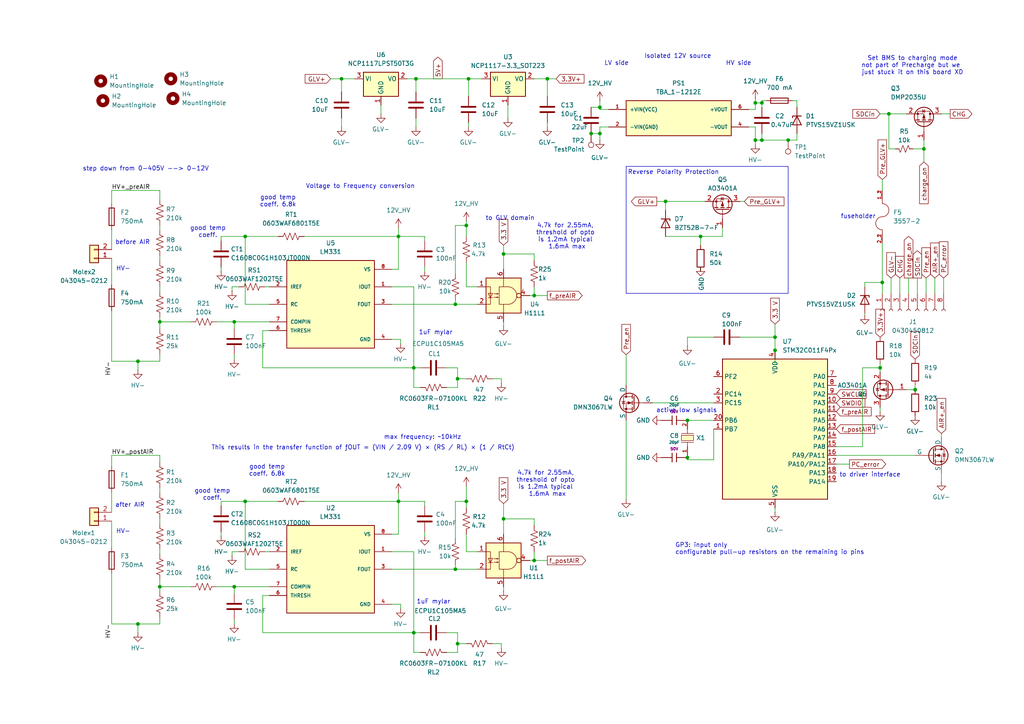
<source format=kicad_sch>
(kicad_sch (version 20250114) (generator "eeschema") (generator_version "9.0")
  (paper "A4")
  (rectangle (start 181.61 48.26) (end 228.6 85.09))
  (text "active low signals" (at 199.136 119.126 0) (effects (font (size 1.27 1.27))))
  (text "HV-" (at 33.655 78.74 0) (effects (font (size 1.27 1.27)) (justify left bottom)))
  (text "after AIR" (at 33.401 147.32 0) (effects (font (size 1.27 1.27)) (justify left bottom)))
  (text "4.7k for 2.55mA, \nthreshold of opto \nis 1.2mA typical \n1.6mA max" (at 158.75 140.335 0) (effects (font (size 1.27 1.27))))
  (text "GP3: input only\nconfigurable pull-up resistors on the remaining io pins" (at 195.834 159.258 0) (effects (font (size 1.27 1.27)) (justify left)))
  (text "good temp\ncoeff. 6.8k" (at 77.47 136.525 0) (effects (font (size 1.27 1.27))))
  (text "fuseholder" (at 248.92 62.865 0) (effects (font (size 1.27 1.27))))
  (text "max frequency: ~10kHz" (at 122.555 126.873 0) (effects (font (size 1.27 1.27))))
  (text "1uF mylar" (at 125.73 174.625 0) (effects (font (size 1.27 1.27))))
  (text "Isolated 12V source\nLV side 					HV side" (at 196.596 17.399 0) (effects (font (size 1.27 1.27))))
  (text "good temp\ncoeff. 6.8k" (at 80.645 58.42 0) (effects (font (size 1.27 1.27))))
  (text "1uF mylar" (at 126.365 96.52 0) (effects (font (size 1.27 1.27))))
  (text "4.7k for 2.55mA, \nthreshold of opto \nis 1.2mA typical \n1.6mA max" (at 164.465 68.58 0) (effects (font (size 1.27 1.27))))
  (text "Set BMS to charging mode\nnot part of Precharge but we \njust stuck it on this board XD" (at 264.668 19.05 0) (effects (font (size 1.27 1.27))))
  (text "Reverse Polarity Protection" (at 195.326 50.038 0) (effects (font (size 1.27 1.27))))
  (text "This results in the transfer function of ƒOUT = (VIN / 2.09 V) × (RS / RL) × (1 / RtCt)" (at 105.283 129.921 0) (effects (font (size 1.27 1.27))))
  (text "to driver interface" (at 252.349 137.795 0) (effects (font (size 1.27 1.27))))
  (text "good temp\ncoeff." (at 61.595 143.51 0) (effects (font (size 1.27 1.27))))
  (text "good temp\ncoeff." (at 60.325 67.31 0) (effects (font (size 1.27 1.27))))
  (text "HV-" (at 33.655 154.94 0) (effects (font (size 1.27 1.27)) (justify left bottom)))
  (text "to GLV domain" (at 147.955 63.373 0) (effects (font (size 1.27 1.27))))
  (text "Voltage to Frequency conversion" (at 104.521 54.102 0) (effects (font (size 1.27 1.27))))
  (text "step down from 0-405V --> 0-12V" (at 42.291 49.022 0) (effects (font (size 1.27 1.27))))
  (text "before AIR" (at 33.401 71.12 0) (effects (font (size 1.27 1.27)) (justify left bottom)))
  (junction (at 193.04 58.42))
  (junction (at 257.81 33.02))
  (junction (at 171.45 38.735))
  (junction (at 135.255 145.415))
  (junction (at 46.355 170.18))
  (junction (at 40.005 104.775))
  (junction (at 173.99 31.115))
  (junction (at 255.905 81.915))
  (junction (at 99.06 22.86))
  (junction (at 267.97 43.18))
  (junction (at 199.39 132.715))
  (junction (at 132.08 88.265))
  (junction (at 146.05 150.495))
  (junction (at 154.94 85.725))
  (junction (at 120.65 22.86))
  (junction (at 135.89 22.86))
  (junction (at 71.12 68.58))
  (junction (at 146.05 73.66))
  (junction (at 115.57 145.415))
  (junction (at 67.945 170.18))
  (junction (at 132.08 165.1))
  (junction (at 120.015 106.68))
  (junction (at 46.355 93.345))
  (junction (at 228.6 40.64))
  (junction (at 219.075 29.845))
  (junction (at 265.43 113.03))
  (junction (at 120.015 183.515))
  (junction (at 219.075 40.64))
  (junction (at 71.12 145.415))
  (junction (at 40.005 180.975))
  (junction (at 135.255 65.405))
  (junction (at 220.98 29.845))
  (junction (at 224.79 97.79))
  (junction (at 203.2 68.58))
  (junction (at 154.94 162.56))
  (junction (at 173.99 38.735))
  (junction (at 115.57 68.58))
  (junction (at 199.39 121.92))
  (junction (at 255.27 106.68))
  (junction (at 158.75 22.86))
  (junction (at 224.79 101.6))
  (junction (at 132.715 109.855))
  (junction (at 220.98 40.64))
  (junction (at 67.945 93.345))
  (junction (at 132.715 186.69))
  (wire (pts (xy 250.19 106.68) (xy 250.19 129.54)))
  (wire (pts (xy 273.05 125.73) (xy 273.05 127)))
  (wire (pts (xy 255.905 81.915) (xy 255.905 70.485)))
  (wire (pts (xy 265.43 113.03) (xy 265.43 111.76)))
  (wire (pts (xy 250.825 81.915) (xy 255.905 81.915)))
  (wire (pts (xy 120.65 36.83) (xy 120.65 34.29)))
  (wire (pts (xy 154.94 83.185) (xy 154.94 85.725)))
  (wire (pts (xy 228.6 40.64) (xy 220.98 40.64)))
  (wire (pts (xy 273.05 137.16) (xy 273.05 139.7)))
  (wire (pts (xy 173.99 31.115) (xy 173.99 31.75)))
  (wire (pts (xy 67.945 170.18) (xy 78.105 170.18)))
  (wire (pts (xy 153.67 162.56) (xy 154.94 162.56)))
  (wire (pts (xy 71.12 68.58) (xy 80.645 68.58)))
  (wire (pts (xy 113.665 88.265) (xy 132.08 88.265)))
  (wire (pts (xy 173.99 29.21) (xy 173.99 31.115)))
  (wire (pts (xy 78.105 165.1) (xy 71.12 165.1)))
  (wire (pts (xy 116.205 99.695) (xy 116.205 98.425)))
  (wire (pts (xy 154.94 152.4) (xy 154.94 150.495)))
  (wire (pts (xy 219.075 28.575) (xy 219.075 29.845)))
  (wire (pts (xy 46.355 150.495) (xy 46.355 151.765)))
  (wire (pts (xy 115.57 78.105) (xy 113.665 78.105)))
  (wire (pts (xy 115.57 68.58) (xy 115.57 78.105)))
  (wire (pts (xy 154.94 160.02) (xy 154.94 162.56)))
  (wire (pts (xy 46.355 159.385) (xy 46.355 160.655)))
  (wire (pts (xy 120.015 83.185) (xy 120.015 106.68)))
  (wire (pts (xy 46.355 55.245) (xy 46.355 57.785)))
  (wire (pts (xy 132.08 86.995) (xy 132.08 88.265)))
  (wire (pts (xy 145.415 186.69) (xy 142.875 186.69)))
  (wire (pts (xy 154.94 75.565) (xy 154.94 73.66)))
  (wire (pts (xy 135.255 160.02) (xy 138.43 160.02)))
  (wire (pts (xy 255.905 55.245) (xy 255.905 52.07)))
  (wire (pts (xy 99.06 36.83) (xy 99.06 34.29)))
  (wire (pts (xy 257.81 43.18) (xy 259.715 43.18)))
  (wire (pts (xy 135.89 22.86) (xy 139.7 22.86)))
  (wire (pts (xy 146.05 146.05) (xy 146.05 150.495)))
  (wire (pts (xy 268.605 85.09) (xy 268.605 80.645)))
  (wire (pts (xy 219.075 41.91) (xy 219.075 40.64)))
  (wire (pts (xy 255.905 85.09) (xy 255.905 81.915)))
  (wire (pts (xy 220.98 29.845) (xy 219.075 29.845)))
  (wire (pts (xy 267.97 40.64) (xy 267.97 43.18)))
  (wire (pts (xy 120.015 160.02) (xy 120.015 183.515)))
  (wire (pts (xy 64.135 155.575) (xy 64.135 154.305)))
  (wire (pts (xy 76.2 172.72) (xy 78.105 172.72)))
  (wire (pts (xy 171.45 38.735) (xy 173.99 38.735)))
  (wire (pts (xy 146.05 171.45) (xy 146.05 170.18)))
  (wire (pts (xy 158.75 22.86) (xy 161.29 22.86)))
  (wire (pts (xy 32.385 151.13) (xy 32.385 158.75)))
  (wire (pts (xy 46.355 141.605) (xy 46.355 142.875)))
  (wire (pts (xy 62.865 93.345) (xy 67.945 93.345)))
  (wire (pts (xy 46.355 93.345) (xy 46.355 95.25)))
  (wire (pts (xy 123.19 78.74) (xy 123.19 77.47)))
  (wire (pts (xy 32.385 180.975) (xy 40.005 180.975)))
  (wire (pts (xy 135.89 22.86) (xy 135.89 27.94)))
  (wire (pts (xy 173.99 36.83) (xy 173.99 38.735)))
  (wire (pts (xy 132.08 156.21) (xy 132.08 145.415)))
  (wire (pts (xy 110.49 33.02) (xy 110.49 30.48)))
  (wire (pts (xy 67.945 170.18) (xy 67.945 172.085)))
  (wire (pts (xy 116.205 98.425) (xy 113.665 98.425)))
  (wire (pts (xy 32.385 90.17) (xy 32.385 104.775)))
  (wire (pts (xy 115.57 66.04) (xy 115.57 68.58)))
  (wire (pts (xy 262.89 33.02) (xy 257.81 33.02)))
  (wire (pts (xy 171.45 31.115) (xy 173.99 31.115)))
  (wire (pts (xy 32.385 55.245) (xy 46.355 55.245)))
  (wire (pts (xy 121.92 189.23) (xy 120.015 189.23)))
  (wire (pts (xy 115.57 145.415) (xy 115.57 154.94)))
  (wire (pts (xy 132.08 165.1) (xy 138.43 165.1)))
  (wire (pts (xy 46.355 170.18) (xy 46.355 171.45)))
  (wire (pts (xy 123.19 146.685) (xy 123.19 145.415)))
  (wire (pts (xy 132.715 109.855) (xy 132.715 106.68)))
  (wire (pts (xy 46.355 132.08) (xy 46.355 133.985)))
  (wire (pts (xy 132.08 88.265) (xy 138.43 88.265)))
  (wire (pts (xy 255.27 106.68) (xy 255.27 105.41)))
  (wire (pts (xy 46.355 93.345) (xy 55.245 93.345)))
  (wire (pts (xy 267.97 43.18) (xy 267.97 46.99)))
  (wire (pts (xy 46.355 179.07) (xy 46.355 180.975)))
  (wire (pts (xy 273.05 33.02) (xy 275.59 33.02)))
  (wire (pts (xy 199.39 132.715) (xy 199.39 133.35)))
  (wire (pts (xy 32.385 142.875) (xy 32.385 148.59)))
  (wire (pts (xy 220.98 29.21) (xy 220.98 29.845)))
  (wire (pts (xy 67.945 180.975) (xy 67.945 179.705)))
  (wire (pts (xy 263.525 80.645) (xy 263.525 85.09)))
  (wire (pts (xy 173.99 31.75) (xy 176.53 31.75)))
  (wire (pts (xy 123.19 155.575) (xy 123.19 154.305)))
  (wire (pts (xy 173.99 36.83) (xy 176.53 36.83)))
  (wire (pts (xy 76.2 183.515) (xy 76.2 172.72)))
  (wire (pts (xy 132.715 112.395) (xy 132.715 109.855)))
  (wire (pts (xy 132.715 186.69) (xy 135.255 186.69)))
  (wire (pts (xy 220.98 38.735) (xy 220.98 40.64)))
  (wire (pts (xy 71.12 165.1) (xy 71.12 145.415)))
  (wire (pts (xy 67.31 83.185) (xy 69.215 83.185)))
  (wire (pts (xy 113.665 160.02) (xy 120.015 160.02)))
  (wire (pts (xy 242.57 134.62) (xy 246.38 134.62)))
  (wire (pts (xy 135.255 76.2) (xy 135.255 83.185)))
  (wire (pts (xy 219.075 29.845) (xy 219.075 31.75)))
  (wire (pts (xy 154.94 73.66) (xy 146.05 73.66)))
  (wire (pts (xy 46.355 170.18) (xy 55.245 170.18)))
  (wire (pts (xy 78.105 88.265) (xy 71.12 88.265)))
  (wire (pts (xy 255.27 107.95) (xy 255.27 106.68)))
  (wire (pts (xy 46.355 92.075) (xy 46.355 93.345)))
  (wire (pts (xy 199.39 132.08) (xy 199.39 132.715)))
  (wire (pts (xy 123.19 145.415) (xy 115.57 145.415)))
  (wire (pts (xy 64.135 69.85) (xy 64.135 68.58)))
  (wire (pts (xy 214.63 58.42) (xy 215.9 58.42)))
  (wire (pts (xy 181.61 102.87) (xy 181.61 111.76)))
  (wire (pts (xy 40.005 180.975) (xy 46.355 180.975)))
  (wire (pts (xy 116.205 176.53) (xy 116.205 175.26)))
  (wire (pts (xy 262.89 113.03) (xy 265.43 113.03)))
  (wire (pts (xy 46.355 74.295) (xy 46.355 75.565)))
  (wire (pts (xy 32.385 132.08) (xy 32.385 135.255)))
  (wire (pts (xy 153.67 85.725) (xy 154.94 85.725)))
  (wire (pts (xy 145.415 111.125) (xy 145.415 109.855)))
  (wire (pts (xy 116.205 175.26) (xy 113.665 175.26)))
  (wire (pts (xy 231.14 31.115) (xy 231.14 29.21)))
  (wire (pts (xy 95.885 22.86) (xy 99.06 22.86)))
  (wire (pts (xy 120.015 112.395) (xy 120.015 106.68)))
  (wire (pts (xy 46.355 83.185) (xy 46.355 84.455)))
  (wire (pts (xy 260.985 80.645) (xy 260.985 85.09)))
  (wire (pts (xy 193.04 58.42) (xy 204.47 58.42)))
  (wire (pts (xy 219.075 31.75) (xy 217.17 31.75)))
  (wire (pts (xy 209.55 68.58) (xy 203.2 68.58)))
  (wire (pts (xy 71.12 145.415) (xy 80.645 145.415)))
  (wire (pts (xy 147.32 30.48) (xy 147.32 34.29)))
  (wire (pts (xy 120.65 22.86) (xy 135.89 22.86)))
  (wire (pts (xy 135.255 154.94) (xy 135.255 160.02)))
  (wire (pts (xy 224.79 93.98) (xy 224.79 97.79)))
  (wire (pts (xy 123.19 69.85) (xy 123.19 68.58)))
  (wire (pts (xy 214.63 97.79) (xy 224.79 97.79)))
  (wire (pts (xy 224.79 148.59) (xy 224.79 147.32)))
  (wire (pts (xy 203.2 68.58) (xy 193.04 68.58)))
  (wire (pts (xy 121.92 112.395) (xy 120.015 112.395)))
  (wire (pts (xy 32.385 132.08) (xy 46.355 132.08)))
  (wire (pts (xy 99.06 26.67) (xy 99.06 22.86)))
  (wire (pts (xy 120.65 22.86) (xy 118.11 22.86)))
  (wire (pts (xy 40.005 107.315) (xy 40.005 104.775)))
  (wire (pts (xy 132.08 145.415) (xy 135.255 145.415)))
  (wire (pts (xy 173.99 38.735) (xy 173.99 40.64)))
  (wire (pts (xy 250.19 129.54) (xy 242.57 129.54)))
  (wire (pts (xy 189.23 116.84) (xy 207.01 116.84)))
  (wire (pts (xy 132.08 65.405) (xy 135.255 65.405)))
  (wire (pts (xy 88.265 68.58) (xy 115.57 68.58)))
  (wire (pts (xy 209.55 66.04) (xy 209.55 68.58)))
  (wire (pts (xy 120.015 183.515) (xy 121.92 183.515)))
  (wire (pts (xy 154.94 22.86) (xy 158.75 22.86)))
  (wire (pts (xy 40.005 104.775) (xy 46.355 104.775)))
  (wire (pts (xy 135.255 83.185) (xy 138.43 83.185)))
  (wire (pts (xy 220.98 40.64) (xy 219.075 40.64)))
  (wire (pts (xy 62.865 170.18) (xy 67.945 170.18)))
  (wire (pts (xy 120.015 106.68) (xy 76.2 106.68)))
  (wire (pts (xy 146.05 73.66) (xy 146.05 78.105)))
  (wire (pts (xy 76.835 83.185) (xy 78.105 83.185)))
  (wire (pts (xy 132.08 163.83) (xy 132.08 165.1)))
  (wire (pts (xy 67.31 161.29) (xy 67.31 160.02)))
  (wire (pts (xy 64.135 146.685) (xy 64.135 145.415)))
  (wire (pts (xy 32.385 55.245) (xy 32.385 59.055)))
  (wire (pts (xy 123.19 68.58) (xy 115.57 68.58)))
  (wire (pts (xy 146.05 71.12) (xy 146.05 73.66)))
  (wire (pts (xy 32.385 104.775) (xy 40.005 104.775)))
  (wire (pts (xy 224.79 101.6) (xy 224.79 105.41)))
  (wire (pts (xy 64.135 78.74) (xy 64.135 77.47)))
  (wire (pts (xy 99.06 22.86) (xy 102.87 22.86)))
  (wire (pts (xy 242.57 132.08) (xy 265.43 132.08)))
  (wire (pts (xy 231.14 40.64) (xy 228.6 40.64)))
  (wire (pts (xy 76.835 160.02) (xy 78.105 160.02)))
  (wire (pts (xy 146.05 94.615) (xy 146.05 93.345)))
  (wire (pts (xy 132.715 186.69) (xy 132.715 183.515)))
  (wire (pts (xy 193.04 60.96) (xy 193.04 58.42)))
  (wire (pts (xy 135.255 65.405) (xy 135.255 68.58)))
  (wire (pts (xy 224.79 97.79) (xy 224.79 101.6)))
  (wire (pts (xy 203.2 68.58) (xy 203.2 71.12)))
  (wire (pts (xy 135.255 145.415) (xy 135.255 147.32)))
  (wire (pts (xy 46.355 65.405) (xy 46.355 66.675)))
  (wire (pts (xy 113.665 83.185) (xy 120.015 83.185)))
  (wire (pts (xy 88.265 145.415) (xy 115.57 145.415)))
  (wire (pts (xy 258.445 85.09) (xy 258.445 80.645)))
  (wire (pts (xy 120.015 106.68) (xy 121.92 106.68)))
  (wire (pts (xy 132.715 109.855) (xy 135.255 109.855)))
  (wire (pts (xy 273.685 85.09) (xy 273.685 80.645)))
  (wire (pts (xy 219.075 36.83) (xy 219.075 40.64)))
  (wire (pts (xy 158.75 22.86) (xy 158.75 27.94)))
  (wire (pts (xy 220.98 29.845) (xy 220.98 31.115)))
  (wire (pts (xy 266.065 80.645) (xy 266.065 85.09)))
  (wire (pts (xy 257.81 33.02) (xy 257.81 43.18)))
  (wire (pts (xy 199.39 121.92) (xy 207.01 121.92)))
  (wire (pts (xy 255.27 118.11) (xy 255.27 119.38)))
  (wire (pts (xy 190.5 58.42) (xy 193.04 58.42)))
  (wire (pts (xy 229.87 29.21) (xy 231.14 29.21)))
  (wire (pts (xy 135.255 140.97) (xy 135.255 145.415)))
  (wire (pts (xy 231.14 38.735) (xy 231.14 40.64)))
  (wire (pts (xy 154.94 162.56) (xy 158.75 162.56)))
  (wire (pts (xy 181.61 121.92) (xy 181.61 144.78)))
  (wire (pts (xy 219.075 36.83) (xy 217.17 36.83)))
  (wire (pts (xy 46.355 168.275) (xy 46.355 170.18)))
  (wire (pts (xy 67.31 84.455) (xy 67.31 83.185)))
  (wire (pts (xy 129.54 189.23) (xy 132.715 189.23)))
  (wire (pts (xy 67.945 93.345) (xy 78.105 93.345)))
  (wire (pts (xy 40.005 183.515) (xy 40.005 180.975)))
  (wire (pts (xy 32.385 74.93) (xy 32.385 82.55)))
  (wire (pts (xy 76.2 106.68) (xy 76.2 95.885)))
  (wire (pts (xy 145.415 109.855) (xy 142.875 109.855)))
  (wire (pts (xy 132.715 189.23) (xy 132.715 186.69)))
  (wire (pts (xy 120.015 183.515) (xy 76.2 183.515)))
  (wire (pts (xy 250.825 83.185) (xy 250.825 81.915)))
  (wire (pts (xy 129.54 106.68) (xy 132.715 106.68)))
  (wire (pts (xy 135.89 36.83) (xy 135.89 35.56)))
  (wire (pts (xy 220.98 29.21) (xy 222.25 29.21)))
  (wire (pts (xy 146.05 150.495) (xy 146.05 154.94)))
  (wire (pts (xy 67.945 104.14) (xy 67.945 102.87)))
  (wire (pts (xy 250.825 91.44) (xy 250.825 90.805)))
  (wire (pts (xy 271.145 85.09) (xy 271.145 80.645)))
  (wire (pts (xy 199.39 133.35) (xy 207.01 133.35)))
  (wire (pts (xy 32.385 166.37) (xy 32.385 180.975)))
  (wire (pts (xy 158.75 36.83) (xy 158.75 35.56)))
  (wire (pts (xy 120.015 189.23) (xy 120.015 183.515)))
  (wire (pts (xy 46.355 102.87) (xy 46.355 104.775)))
  (wire (pts (xy 32.385 66.675) (xy 32.385 72.39)))
  (wire (pts (xy 129.54 183.515) (xy 132.715 183.515)))
  (wire (pts (xy 67.31 160.02) (xy 69.215 160.02)))
  (wire (pts (xy 207.01 124.46) (xy 207.01 133.35)))
  (wire (pts (xy 64.135 68.58) (xy 71.12 68.58)))
  (wire (pts (xy 76.2 95.885) (xy 78.105 95.885)))
  (wire (pts (xy 154.94 150.495) (xy 146.05 150.495)))
  (wire (pts (xy 203.2 78.74) (xy 203.2 77.47)))
  (wire (pts (xy 129.54 112.395) (xy 132.715 112.395)))
  (wire (pts (xy 264.795 43.18) (xy 267.97 43.18)))
  (wire (pts (xy 154.94 85.725) (xy 158.75 85.725)))
  (wire (pts (xy 120.65 26.67) (xy 120.65 22.86)))
  (wire (pts (xy 135.255 64.135) (xy 135.255 65.405)))
  (wire (pts (xy 113.665 165.1) (xy 132.08 165.1)))
  (wire (pts (xy 145.415 187.96) (xy 145.415 186.69)))
  (wire (pts (xy 132.08 79.375) (xy 132.08 65.405)))
  (wire (pts (xy 199.39 97.79) (xy 199.39 100.33)))
  (wire (pts (xy 257.81 33.02) (xy 255.27 33.02)))
  (wire (pts (xy 71.12 88.265) (xy 71.12 68.58)))
  (wire (pts (xy 64.135 145.415) (xy 71.12 145.415)))
  (wire (pts (xy 67.945 93.345) (xy 67.945 95.25)))
  (wire (pts (xy 199.39 97.79) (xy 207.01 97.79)))
  (wire (pts (xy 250.19 106.68) (xy 255.27 106.68)))
  (wire (pts (xy 115.57 142.875) (xy 115.57 145.415)))
  (wire (pts (xy 115.57 154.94) (xy 113.665 154.94)))
  (label "HV-" (at 32.385 104.775 270))
  (label "HV+_preAIR" (at 32.385 55.245 0))
  (label "HV+_postAIR" (at 32.385 132.08 0))
  (label "HV-" (at 32.385 180.975 270))
  (global_label "charge_on" (shape input) (at 267.97 46.99 270) (property "Intersheetrefs" "${INTERSHEET_REFS}" (effects (hide yes))))
  (global_label "Pre_GLV+" (shape input) (at 255.905 52.07 90) (property "Intersheetrefs" "${INTERSHEET_REFS}" (effects (hide yes))))
  (global_label "f_postAIR" (shape input) (at 242.57 124.46 0) (property "Intersheetrefs" "${INTERSHEET_REFS}" (effects (hide yes))))
  (global_label "AIR+_en" (shape input) (at 271.145 80.645 90) (property "Intersheetrefs" "${INTERSHEET_REFS}" (effects (hide yes))))
  (global_label "3.3V+" (shape input) (at 255.27 97.79 90) (property "Intersheetrefs" "${INTERSHEET_REFS}" (effects (hide yes))))
  (global_label "SWCLK" (shape input) (at 242.57 114.3 0) (property "Intersheetrefs" "${INTERSHEET_REFS}" (effects (hide yes))))
  (global_label "3.3 V" (shape input) (at 146.05 71.12 90) (property "Intersheetrefs" "${INTERSHEET_REFS}" (effects (hide yes))))
  (global_label "charge_on" (shape output) (at 263.525 80.645 90) (property "Intersheetrefs" "${INTERSHEET_REFS}" (effects (hide yes))))
  (global_label "5V+" (shape output) (at 127 22.86 90) (property "Intersheetrefs" "${INTERSHEET_REFS}" (effects (hide yes))))
  (global_label "GLV+" (shape input) (at 95.885 22.86 180) (property "Intersheetrefs" "${INTERSHEET_REFS}" (effects (hide yes))))
  (global_label "Pre_en" (shape input) (at 181.61 102.87 90) (property "Intersheetrefs" "${INTERSHEET_REFS}" (effects (hide yes))))
  (global_label "f_postAIR" (shape output) (at 158.75 162.56 0) (property "Intersheetrefs" "${INTERSHEET_REFS}" (effects (hide yes))))
  (global_label "CHG" (shape output) (at 275.59 33.02 0) (property "Intersheetrefs" "${INTERSHEET_REFS}" (effects (hide yes))))
  (global_label "PC_error" (shape input) (at 273.685 80.645 90) (property "Intersheetrefs" "${INTERSHEET_REFS}" (effects (hide yes))))
  (global_label "SDCin" (shape input) (at 255.27 33.02 180) (property "Intersheetrefs" "${INTERSHEET_REFS}" (effects (hide yes))))
  (global_label "Pre_en" (shape input) (at 268.605 80.645 90) (property "Intersheetrefs" "${INTERSHEET_REFS}" (effects (hide yes))))
  (global_label "3.3V+" (shape input) (at 161.29 22.86 0) (property "Intersheetrefs" "${INTERSHEET_REFS}" (effects (hide yes))))
  (global_label "Pre_GLV+" (shape input) (at 215.9 58.42 0) (property "Intersheetrefs" "${INTERSHEET_REFS}" (effects (hide yes))))
  (global_label "f_preAIR" (shape input) (at 242.57 119.38 0) (property "Intersheetrefs" "${INTERSHEET_REFS}" (effects (hide yes))))
  (global_label "AIR+_en" (shape input) (at 273.05 125.73 90) (property "Intersheetrefs" "${INTERSHEET_REFS}" (effects (hide yes))))
  (global_label "SDCin" (shape input) (at 265.43 104.14 90) (property "Intersheetrefs" "${INTERSHEET_REFS}" (effects (hide yes))))
  (global_label "PC_error" (shape output) (at 246.38 134.62 0) (property "Intersheetrefs" "${INTERSHEET_REFS}" (effects (hide yes))))
  (global_label "3.3 V" (shape input) (at 146.05 146.05 90) (property "Intersheetrefs" "${INTERSHEET_REFS}" (effects (hide yes))))
  (global_label "GLV-" (shape input) (at 258.445 80.645 90) (property "Intersheetrefs" "${INTERSHEET_REFS}" (effects (hide yes))))
  (global_label "GLV+" (shape output) (at 190.5 58.42 180) (property "Intersheetrefs" "${INTERSHEET_REFS}" (effects (hide yes))))
  (global_label "SWDIO" (shape input) (at 242.57 116.84 0) (property "Intersheetrefs" "${INTERSHEET_REFS}" (effects (hide yes))))
  (global_label "3.3 V" (shape input) (at 224.79 93.98 90) (property "Intersheetrefs" "${INTERSHEET_REFS}" (effects (hide yes))))
  (global_label "SDCin" (shape output) (at 266.065 80.645 90) (property "Intersheetrefs" "${INTERSHEET_REFS}" (effects (hide yes))))
  (global_label "CHG" (shape input) (at 260.985 80.645 90) (property "Intersheetrefs" "${INTERSHEET_REFS}" (effects (hide yes))))
  (global_label "f_preAIR" (shape output) (at 158.75 85.725 0) (property "Intersheetrefs" "${INTERSHEET_REFS}" (effects (hide yes))))
  (symbol (lib_id "Device:R_US") (at 84.455 68.58 90) (unit 1)
    (property "Reference" "RT1" (at 84.455 62.23 90))
    (property "Value" "0603WAF6801T5E" (at 84.455 64.77 90))
    (property "Footprint" "Resistor_SMD:R_0603_1608Metric" (effects (hide yes)))
    (property "Description" "Resistor, US symbol" (effects (hide yes)))
  )
  (symbol (lib_id "Transistor_FET:AO3401A") (at 209.55 60.96 270) (mirror x) (unit 1)
    (property "Reference" "Q5" (at 209.55 52.07 90))
    (property "Value" "AO3401A" (at 209.55 54.61 90))
    (property "Footprint" "Package_TO_SOT_SMD:SOT-23" (effects (hide yes)))
    (property "Datasheet" "http://www.aosmd.com/pdfs/datasheet/AO3401A.pdf" (effects (hide yes)))
    (property "Description" "-4.0A Id, -30V Vds, P-Channel MOSFET, SOT-23" (effects (hide yes)))
  )
  (symbol (lib_id "Device:Fuse") (at 32.385 139.065 180) (unit 1) (in_bom no)
    (property "Reference" "F1" (at 34.925 137.7949 0) (effects (justify right)))
    (property "Value" "750mA" (at 34.925 140.3349 0) (effects (justify right)))
    (property "Footprint" "footprints:FUSE_BK_PCS" (effects (hide yes)))
  )
  (symbol (lib_id "power:GND1") (at 145.415 111.125 0) (unit 1)
    (property "Reference" "#PWR028" (effects (hide yes)))
    (property "Value" "HV-" (at 145.415 115.57 0))
    (property "Description" "Power symbol creates a global label with name \"GND1\" , ground" (effects (hide yes)))
  )
  (symbol (lib_id "Device:R_US") (at 46.355 137.795 0) (unit 1)
    (property "Reference" "R1" (at 48.133 136.906 0) (effects (justify left)))
    (property "Value" "210k" (at 48.133 139.446 0) (effects (justify left)))
    (property "Footprint" "Resistor_SMD:R_1206_3216Metric" (effects (hide yes)))
    (property "Description" "Resistor, US symbol" (effects (hide yes)))
  )
  (symbol (lib_id "power:GND") (at 191.77 121.92 270) (unit 1)
    (property "Reference" "#PWR038" (effects (hide yes)))
    (property "Value" "GND" (at 188.595 121.9199 90) (effects (justify right)))
    (property "Description" "Power symbol creates a global label with name \"GND\" , ground" (effects (hide yes)))
  )
  (symbol (lib_id "power:GND") (at 181.61 144.78 0) (unit 1)
    (property "Reference" "#PWR031" (effects (hide yes)))
    (property "Value" "GLV-" (at 181.61 149.225 0))
  )
  (symbol (lib_id "Device:C") (at 120.65 30.48 0) (unit 1)
    (property "Reference" "C11" (at 124.46 29.21 0) (effects (justify left)))
    (property "Value" "10uF" (at 124.46 31.75 0) (effects (justify left)))
    (property "Footprint" "Capacitor_SMD:C_0805_2012Metric_Pad1.18x1.45mm_HandSolder" (effects (hide yes)))
  )
  (symbol (lib_id "power:GND1") (at 40.005 107.315 0) (unit 1)
    (property "Reference" "#PWR018" (effects (hide yes)))
    (property "Value" "HV-" (at 40.005 111.76 0))
    (property "Description" "Power symbol creates a global label with name \"GND1\" , ground" (effects (hide yes)))
  )
  (symbol (lib_id "power:GND") (at 265.43 120.65 0) (unit 1)
    (property "Reference" "#PWR036" (effects (hide yes)))
    (property "Value" "GLV-" (at 265.43 125.095 0))
  )
  (symbol (lib_id "Device:R_US") (at 59.055 170.18 90) (unit 1)
    (property "Reference" "R16" (at 59.055 164.846 90))
    (property "Value" "100k" (at 59.055 167.386 90))
    (property "Footprint" "Resistor_SMD:R_0603_1608Metric" (effects (hide yes)))
    (property "Description" "Resistor, US symbol" (effects (hide yes)))
  )
  (symbol (lib_name "NMOS_1") (lib_id "Simulation_SPICE:NMOS") (at 184.15 116.84 0) (mirror y) (unit 1)
    (property "Reference" "Q4" (at 177.8 115.5699 0) (effects (justify left)))
    (property "Value" "DMN3067LW" (at 177.8 118.1099 0) (effects (justify left)))
    (property "Footprint" "Package_TO_SOT_SMD:SOT-323_SC-70" (effects (hide yes)))
    (property "Datasheet" "https://ngspice.sourceforge.io/docs/ngspice-html-manual/manual.xhtml#cha_MOSFETs" (effects (hide yes)))
    (property "Description" "N-MOSFET transistor, drain/source/gate" (effects (hide yes)))
    (property "Sim.Device" "NMOS" (effects (hide yes)))
    (property "Sim.Type" "VDMOS" (effects (hide yes)))
    (property "Sim.Pins" "1=G 2=S 3=D" (effects (hide yes)))
  )
  (symbol (lib_id "Transistor_FET:AO3401A") (at 257.81 113.03 180) (unit 1)
    (property "Reference" "Q6" (at 251.46 114.3001 0) (effects (justify left)))
    (property "Value" "AO3401A" (at 251.46 111.7601 0) (effects (justify left)))
    (property "Footprint" "Package_TO_SOT_SMD:SOT-23" (effects (hide yes)))
    (property "Datasheet" "http://www.aosmd.com/pdfs/datasheet/AO3401A.pdf" (effects (hide yes)))
    (property "Description" "-4.0A Id, -30V Vds, P-Channel MOSFET, SOT-23" (effects (hide yes)))
  )
  (symbol (lib_id "Device:R_US") (at 84.455 145.415 90) (unit 1)
    (property "Reference" "RT2" (at 84.455 139.7 90))
    (property "Value" "0603WAF6801T5E" (at 84.455 142.24 90))
    (property "Footprint" "Resistor_SMD:R_0603_1608Metric" (effects (hide yes)))
    (property "Description" "Resistor, US symbol" (effects (hide yes)))
  )
  (symbol (lib_id "power:GND1") (at 173.99 40.64 0) (unit 1)
    (property "Reference" "#PWR09" (effects (hide yes)))
    (property "Value" "GLV-" (at 173.99 45.72 0))
    (property "Description" "Power symbol creates a global label with name \"GND1\" , ground" (effects (hide yes)))
  )
  (symbol (lib_id "Connector:TestPoint") (at 228.6 40.64 180) (unit 1) (in_bom no)
    (property "Reference" "TP1" (at 230.505 42.6719 0) (effects (justify right)))
    (property "Value" "TestPoint" (at 230.505 45.2119 0) (effects (justify right)))
    (property "Footprint" "TestPoint:TestPoint_Pad_D3.0mm" (effects (hide yes)))
    (property "Description" "test point" (effects (hide yes)))
  )
  (symbol (lib_id "Device:R_US") (at 46.355 70.485 0) (unit 1)
    (property "Reference" "R8" (at 48.133 69.596 0) (effects (justify left)))
    (property "Value" "210k" (at 48.133 72.136 0) (effects (justify left)))
    (property "Footprint" "Resistor_SMD:R_1206_3216Metric" (effects (hide yes)))
    (property "Description" "Resistor, US symbol" (effects (hide yes)))
  )
  (symbol (lib_id "Mechanical:MountingHole") (at 50.165 28.575 0) (unit 1) (exclude_from_sim yes) (in_bom no)
    (property "Reference" "H4" (at 52.705 27.3049 0) (effects (justify left)))
    (property "Value" "MountingHole" (at 52.705 29.8449 0) (effects (justify left)))
    (property "Footprint" "MountingHole:MountingHole_4.3mm_M4" (effects (hide yes)))
    (property "Description" "Mounting Hole without connection" (effects (hide yes)))
  )
  (symbol (lib_id "Mechanical:MountingHole") (at 29.845 29.21 0) (unit 1) (exclude_from_sim yes) (in_bom no)
    (property "Reference" "H2" (at 32.385 27.9399 0) (effects (justify left)))
    (property "Value" "MountingHole" (at 32.385 30.4799 0) (effects (justify left)))
    (property "Footprint" "MountingHole:MountingHole_4.3mm_M4" (effects (hide yes)))
    (property "Description" "Mounting Hole without connection" (effects (hide yes)))
  )
  (symbol (lib_id "Device:R_US") (at 46.355 175.26 0) (unit 1)
    (property "Reference" "R6" (at 48.133 173.99 0) (effects (justify left)))
    (property "Value" "25k" (at 48.133 176.53 0) (effects (justify left)))
    (property "Footprint" "Resistor_SMD:R_0603_1608Metric" (effects (hide yes)))
    (property "Description" "Resistor, US symbol" (effects (hide yes)))
  )
  (symbol (lib_id "Device:R_Small_US") (at 262.255 43.18 90) (mirror x) (unit 1)
    (property "Reference" "R5" (at 262.255 38.1 90))
    (property "Value" "10k" (at 262.255 40.64 90))
    (property "Footprint" "Resistor_SMD:R_0805_2012Metric_Pad1.20x1.40mm_HandSolder" (effects (hide yes)))
  )
  (symbol (lib_name "NMOS_1") (lib_id "Simulation_SPICE:NMOS") (at 270.51 132.08 0) (unit 1)
    (property "Reference" "Q2" (at 276.86 130.8099 0) (effects (justify left)))
    (property "Value" "DMN3067LW" (at 276.86 133.3499 0) (effects (justify left)))
    (property "Footprint" "Package_TO_SOT_SMD:SOT-323_SC-70" (effects (hide yes)))
    (property "Datasheet" "https://ngspice.sourceforge.io/docs/ngspice-html-manual/manual.xhtml#cha_MOSFETs" (effects (hide yes)))
    (property "Description" "N-MOSFET transistor, drain/source/gate" (effects (hide yes)))
    (property "Sim.Device" "NMOS" (effects (hide yes)))
    (property "Sim.Type" "VDMOS" (effects (hide yes)))
    (property "Sim.Pins" "1=G 2=S 3=D" (effects (hide yes)))
  )
  (symbol (lib_id "Device:C") (at 158.75 31.75 0) (unit 1)
    (property "Reference" "C13" (at 162.56 30.48 0) (effects (justify left)))
    (property "Value" "10uF" (at 162.56 33.02 0) (effects (justify left)))
    (property "Footprint" "Capacitor_SMD:C_0805_2012Metric_Pad1.18x1.45mm_HandSolder" (effects (hide yes)))
  )
  (symbol (lib_id "Device:R_US") (at 135.255 151.13 0) (mirror y) (unit 1)
    (property "Reference" "R12" (at 140.97 149.86 0) (effects (justify left)))
    (property "Value" "4.7k" (at 140.97 152.4 0) (effects (justify left)))
    (property "Footprint" "Resistor_SMD:R_0603_1608Metric" (effects (hide yes)))
    (property "Description" "Resistor, US symbol" (effects (hide yes)))
  )
  (symbol (lib_id "Connector_Generic:Conn_01x02") (at 27.305 74.93 180) (unit 1) (in_bom no)
    (property "Reference" "Molex2" (at 24.384 78.867 0))
    (property "Value" "043045-0212" (at 24.384 81.407 0))
    (property "Footprint" "Connector_Molex:Molex_Micro-Fit_3.0_43045-0212_2x01_P3.00mm_Vertical" (effects (hide yes)))
  )
  (symbol (lib_id "Device:R_US") (at 73.025 83.185 90) (unit 1)
    (property "Reference" "RS1" (at 73.787 78.359 90))
    (property "Value" "0603WAF1202T5E" (at 73.787 80.899 90))
    (property "Footprint" "Resistor_SMD:R_0603_1608Metric" (effects (hide yes)))
    (property "Description" "Resistor, US symbol" (effects (hide yes)))
  )
  (symbol (lib_id "power:GND") (at 273.05 139.7 0) (unit 1)
    (property "Reference" "#PWR034" (effects (hide yes)))
    (property "Value" "GLV-" (at 273.05 144.145 0))
  )
  (symbol (lib_id "LM331:LM331") (at 95.885 165.1 0) (unit 1)
    (property "Reference" "U2" (at 95.885 147.32 0))
    (property "Value" "LM331" (at 95.885 149.86 0))
    (property "Footprint" "footprints:DIP794W45P254L959H508Q8" (effects (hide yes)))
    (property "MF" "Texas Instruments" (effects (hide yes)))
    (property "MAXIMUM_PACKAGE_HEIGHT" "5.08 mm" (effects (hide yes)))
    (property "Package" "None" (effects (hide yes)))
    (property "Price" "None" (effects (hide yes)))
    (property "Check_prices" "https://www.snapeda.com/parts/LM331/Texas+Instruments/view-part/?ref=eda" (effects (hide yes)))
    (property "STANDARD" "IPC 7351B" (effects (hide yes)))
    (property "PARTREV" "C" (effects (hide yes)))
    (property "SnapEDA_Link" "https://www.snapeda.com/parts/LM331/Texas+Instruments/view-part/?ref=snap" (effects (hide yes)))
    (property "MP" "LM331" (effects (hide yes)))
    (property "Description_1" "\n                        \n                            VFC 100kHz 8-Pin PDIP Tube\n                        \n" (effects (hide yes)))
    (property "Availability" "Not in stock" (effects (hide yes)))
    (property "MANUFACTURER" "Texas Instruments" (effects (hide yes)))
  )
  (symbol (lib_id "Device:Fuse") (at 32.385 62.865 180) (unit 1) (in_bom no)
    (property "Reference" "F2" (at 34.925 61.5949 0) (effects (justify right)))
    (property "Value" "750mA" (at 34.925 64.1349 0) (effects (justify right)))
    (property "Footprint" "footprints:FUSE_BK_PCS" (effects (hide yes)))
  )
  (symbol (lib_id "power:GND1") (at 116.205 176.53 0) (unit 1)
    (property "Reference" "#PWR023" (effects (hide yes)))
    (property "Value" "HV-" (at 116.205 180.975 0))
    (property "Description" "Power symbol creates a global label with name \"GND1\" , ground" (effects (hide yes)))
  )
  (symbol (lib_id "Device:R_US") (at 132.08 160.02 0) (mirror y) (unit 1)
    (property "Reference" "R15" (at 130.937 158.75 0) (effects (justify left)))
    (property "Value" "10k" (at 130.937 161.29 0) (effects (justify left)))
    (property "Footprint" "Resistor_SMD:R_0603_1608Metric" (effects (hide yes)))
    (property "Description" "Resistor, US symbol" (effects (hide yes)))
  )
  (symbol (lib_id "Device:C") (at 135.89 31.75 0) (unit 1)
    (property "Reference" "C12" (at 139.7 30.48 0) (effects (justify left)))
    (property "Value" "10uF" (at 139.7 33.02 0) (effects (justify left)))
    (property "Footprint" "Capacitor_SMD:C_0805_2012Metric_Pad1.18x1.45mm_HandSolder" (effects (hide yes)))
  )
  (symbol (lib_id "power:GND") (at 135.89 36.83 0) (unit 1)
    (property "Reference" "#PWR08" (effects (hide yes)))
    (property "Value" "GLV-" (at 135.89 41.275 0))
  )
  (symbol (lib_id "TBA_1-1212E:TBA_1-1212E") (at 196.85 34.29 0) (unit 1) (in_bom no)
    (property "Reference" "PS1" (at 196.85 24.13 0))
    (property "Value" "TBA_1-1212E" (at 196.85 26.67 0))
    (property "Footprint" "footprints:CONV_TBA_1-1212E" (effects (hide yes)))
    (property "MF" "Traco Power" (effects (hide yes)))
    (property "MAXIMUM_PACKAGE_HEIGHT" "10.0mm" (effects (hide yes)))
    (property "Package" "SIP-7 Traco Power" (effects (hide yes)))
    (property "Price" "None" (effects (hide yes)))
    (property "Check_prices" "https://www.snapeda.com/parts/TBA%201-1212E/Traco+Power/view-part/?ref=eda" (effects (hide yes)))
    (property "STANDARD" "Manufacturer Recommendation" (effects (hide yes)))
    (property "PARTREV" "April 19, 2021" (effects (hide yes)))
    (property "SnapEDA_Link" "https://www.snapeda.com/parts/TBA%201-1212E/Traco+Power/view-part/?ref=snap" (effects (hide yes)))
    (property "MP" "TBA 1-1212E" (effects (hide yes)))
    (property "Description_1" "\n                        \n                            1 Watt DC/DC converter, industrial, ±10% input, short circuit protection, unregulated, encapsulated, SIP-7\n                        \n" (effects (hide yes)))
    (property "Availability" "In Stock" (effects (hide yes)))
    (property "MANUFACTURER" "Traco Power" (effects (hide yes)))
  )
  (symbol (lib_id "Isolator:H11L1") (at 146.05 85.725 0) (unit 1)
    (property "Reference" "U4" (at 155.067 88.265 0))
    (property "Value" "H11L1" (at 155.067 90.805 0))
    (property "Footprint" "footprints:H11L1M" (effects (hide yes)))
    (property "Datasheet" "https://www.onsemi.com/pub/Collateral/H11L3M-D.PDF" (effects (hide yes)))
    (property "Description" "Schmitt Trigger Output Optocoupler, High Speed, DIP-6, 1.6mA turn on threshold" (effects (hide yes)))
  )
  (symbol (lib_name "GND_4") (lib_id "power:GND") (at 203.2 77.47 0) (unit 1)
    (property "Reference" "#PWR035" (effects (hide yes)))
    (property "Value" "GND" (at 203.454 82.296 90))
  )
  (symbol (lib_id "PCM_JLCPCB-Crystals:Crystal, 8MHz, 20pF, ±10ppm") (at 199.39 127 90) (unit 1)
    (property "Reference" "X1" (at 201.93 126.9999 90) (effects (justify right)))
    (property "Value" "X50328MSB2GI" (effects (hide yes)))
    (property "Footprint" "PCM_JLCPCB:CRYSTAL-SMD_L5.0-W3.2" (effects (hide yes)))
    (property "Datasheet" "https://www.lcsc.com/datasheet/lcsc_datasheet_2403291504_YXC-Crystal-Oscillators-X50328MSB2GI_C115962.pdf" (effects (hide yes)))
    (property "Description" "8MHz Surface Mount Crystal 20pF ±10ppm ±20ppm SMD5032 Crystals ROHS" (effects (hide yes)))
    (property "LCSC" "C115962" (effects (hide yes)))
    (property "Stock" "382569" (effects (hide yes)))
    (property "Price" "0.180USD" (effects (hide yes)))
    (property "Process" "SMT" (effects (hide yes)))
    (property "Minimum Qty" "5" (effects (hide yes)))
    (property "Attrition Qty" "0" (effects (hide yes)))
    (property "Class" "Basic Component" (effects (hide yes)))
    (property "Category" "Crystals/Oscillators/Resonators,Crystals" (effects (hide yes)))
    (property "Manufacturer" "Yangxing Tech" (effects (hide yes)))
    (property "Part" "X50328MSB2GI" (effects (hide yes)))
    (property "Frequency" "8MHz" (effects (hide yes)))
    (property "Frequency Stability" "±20ppm" (effects (hide yes)))
    (property "Operating Temperature" "-40°C~+85°C" (effects (hide yes)))
    (property "Frequency Tolerance" "±10ppm" (effects (hide yes)))
    (property "Crystal Type" "SMD Crystal Resonator" (effects (hide yes)))
    (property "Load Capacitance" "20pF" (effects (hide yes)))
    (property "Normal Temperature Frequency Tolerance" "±10ppm" (effects (hide yes)))
    (property "Type" "Surface Mount Crystal" (effects (hide yes)))
  )
  (symbol (lib_id "Device:C") (at 125.73 183.515 90) (unit 1)
    (property "Reference" "CL2" (at 127.889 179.4511 90) (effects (justify left)))
    (property "Value" "ECPU1C105MA5" (at 135.255 177.165 90) (effects (justify left)))
    (property "Footprint" "Capacitor_SMD:C_1210_3225Metric_Pad1.33x2.70mm_HandSolder" (effects (hide yes)))
    (property "Description" "Unpolarized capacitor" (effects (hide yes)))
  )
  (symbol (lib_id "Transistor_FET:AO3401A") (at 267.97 35.56 270) (mirror x) (unit 1)
    (property "Reference" "Q3" (at 258.318 25.654 90) (effects (justify left)))
    (property "Value" "DMP2035U" (at 258.318 28.194 90) (effects (justify left)))
    (property "Footprint" "Package_TO_SOT_SMD:SOT-23" (effects (hide yes)))
    (property "Datasheet" "http://www.aosmd.com/pdfs/datasheet/AO3401A.pdf" (effects (hide yes)))
    (property "Description" "-4.0A Id, -30V Vds, P-Channel MOSFET, SOT-23" (effects (hide yes)))
  )
  (symbol (lib_id "Mechanical:MountingHole") (at 49.53 22.86 0) (unit 1) (exclude_from_sim yes) (in_bom no)
    (property "Reference" "H3" (at 52.07 21.5899 0) (effects (justify left)))
    (property "Value" "MountingHole" (at 52.07 24.1299 0) (effects (justify left)))
    (property "Footprint" "MountingHole:MountingHole_4.3mm_M4" (effects (hide yes)))
    (property "Description" "Mounting Hole without connection" (effects (hide yes)))
  )
  (symbol (lib_id "Device:R_US") (at 135.255 72.39 0) (mirror y) (unit 1)
    (property "Reference" "R13" (at 140.97 71.12 0) (effects (justify left)))
    (property "Value" "4.7k" (at 140.97 73.66 0) (effects (justify left)))
    (property "Footprint" "Resistor_SMD:R_0603_1608Metric" (effects (hide yes)))
    (property "Description" "Resistor, US symbol" (effects (hide yes)))
  )
  (symbol (lib_id "LM331:LM331") (at 95.885 88.265 0) (unit 1)
    (property "Reference" "U5" (at 95.885 70.485 0))
    (property "Value" "LM331" (at 95.885 73.025 0))
    (property "Footprint" "footprints:DIP794W45P254L959H508Q8" (effects (hide yes)))
    (property "MF" "Texas Instruments" (effects (hide yes)))
    (property "MAXIMUM_PACKAGE_HEIGHT" "5.08 mm" (effects (hide yes)))
    (property "Package" "None" (effects (hide yes)))
    (property "Price" "None" (effects (hide yes)))
    (property "Check_prices" "https://www.snapeda.com/parts/LM331/Texas+Instruments/view-part/?ref=eda" (effects (hide yes)))
    (property "STANDARD" "IPC 7351B" (effects (hide yes)))
    (property "PARTREV" "C" (effects (hide yes)))
    (property "SnapEDA_Link" "https://www.snapeda.com/parts/LM331/Texas+Instruments/view-part/?ref=snap" (effects (hide yes)))
    (property "MP" "LM331" (effects (hide yes)))
    (property "Description_1" "\n                        \n                            VFC 100kHz 8-Pin PDIP Tube\n                        \n" (effects (hide yes)))
    (property "Availability" "Not in stock" (effects (hide yes)))
    (property "MANUFACTURER" "Texas Instruments" (effects (hide yes)))
  )
  (symbol (lib_id "Device:R_US") (at 139.065 186.69 90) (mirror x) (unit 1)
    (property "Reference" "R17" (at 139.065 192.405 90))
    (property "Value" "47" (at 139.065 189.865 90))
    (property "Footprint" "Resistor_SMD:R_0603_1608Metric" (effects (hide yes)))
    (property "Description" "Resistor, US symbol" (effects (hide yes)))
  )
  (symbol (lib_id "Device:Fuse") (at 226.06 29.21 90) (unit 1)
    (property "Reference" "F6" (at 226.06 22.86 90))
    (property "Value" "700 mA" (at 226.06 25.4 90))
    (property "Description" "Fuse" (effects (hide yes)))
  )
  (symbol (lib_id "Device:R_US") (at 139.065 109.855 90) (mirror x) (unit 1)
    (property "Reference" "R22" (at 139.065 115.57 90))
    (property "Value" "47" (at 139.065 113.03 90))
    (property "Footprint" "Resistor_SMD:R_0603_1608Metric" (effects (hide yes)))
    (property "Description" "Resistor, US symbol" (effects (hide yes)))
  )
  (symbol (lib_id "Connector:Conn_01x08_Socket") (at 263.525 90.17 90) (mirror x) (unit 1) (in_bom no)
    (property "Reference" "J1" (at 264.795 93.345 90))
    (property "Value" "0430450812" (at 264.795 95.885 90))
    (property "Footprint" "Connector_Molex:Molex_Micro-Fit_3.0_43045-0812_2x04_P3.00mm_Vertical" (effects (hide yes)))
  )
  (symbol (lib_id "Device:C") (at 64.135 73.66 0) (unit 1)
    (property "Reference" "CT1" (at 66.929 72.263 0) (effects (justify left)))
    (property "Value" "C1608C0G1H103JT000N" (at 66.929 74.803 0) (effects (justify left)))
    (property "Footprint" "Capacitor_SMD:C_0603_1608Metric" (effects (hide yes)))
    (property "Description" "Unpolarized capacitor" (effects (hide yes)))
  )
  (symbol (lib_id "power:GND1") (at 123.19 155.575 0) (unit 1)
    (property "Reference" "#PWR06" (effects (hide yes)))
    (property "Value" "HV-" (at 123.19 160.02 0))
    (property "Description" "Power symbol creates a global label with name \"GND1\" , ground" (effects (hide yes)))
  )
  (symbol (lib_id "3557-2:3557-2") (at 255.905 62.865 270) (unit 1)
    (property "Reference" "F5" (at 259.08 61.5949 90) (effects (justify left)))
    (property "Value" "3557-2" (at 259.08 64.1349 90) (effects (justify left)))
    (property "Footprint" "footprints:FUSE_3557-2" (effects (hide yes)))
    (property "MF" "Keystone Electronics" (effects (hide yes)))
    (property "MAXIMUM_PACKAGE_HEIGHT" "7.37mm" (effects (hide yes)))
    (property "Package" "Nonstandard Keystone" (effects (hide yes)))
    (property "Price" "None" (effects (hide yes)))
    (property "Check_prices" "https://www.snapeda.com/parts/3557-2/Keystone+Electronics/view-part/?ref=eda" (effects (hide yes)))
    (property "STANDARD" "Manufacturer Recommendation" (effects (hide yes)))
    (property "PARTREV" "D" (effects (hide yes)))
    (property "SnapEDA_Link" "https://www.snapeda.com/parts/3557-2/Keystone+Electronics/view-part/?ref=snap" (effects (hide yes)))
    (property "MP" "3557-2" (effects (hide yes)))
    (property "Purchase-URL" "https://www.snapeda.com/api/url_track_click_mouser/?unipart_id=278060&manufacturer=Keystone Electronics&part_name=3557-2&search_term=None" (effects (hide yes)))
    (property "Description_1" "\nTHM 2 in 1 Auto Blade Holder\n" (effects (hide yes)))
    (property "MANUFACTURER" "Keystone" (effects (hide yes)))
    (property "Availability" "In Stock" (effects (hide yes)))
    (property "SNAPEDA_PN" "3557-2" (effects (hide yes)))
  )
  (symbol (lib_id "Device:R_US") (at 46.355 164.465 0) (unit 1)
    (property "Reference" "R4" (at 48.133 163.576 0) (effects (justify left)))
    (property "Value" "210k" (at 48.133 166.116 0) (effects (justify left)))
    (property "Footprint" "Resistor_SMD:R_1206_3216Metric" (effects (hide yes)))
    (property "Description" "Resistor, US symbol" (effects (hide yes)))
  )
  (symbol (lib_id "Device:C") (at 99.06 30.48 0) (mirror y) (unit 1)
    (property "Reference" "C10" (at 95.25 29.21 0) (effects (justify left)))
    (property "Value" "10uF" (at 95.25 31.75 0) (effects (justify left)))
    (property "Footprint" "Capacitor_SMD:C_0805_2012Metric_Pad1.18x1.45mm_HandSolder" (effects (hide yes)))
  )
  (symbol (lib_id "power:GND1") (at 224.79 148.59 0) (unit 1)
    (property "Reference" "#PWR020" (effects (hide yes)))
    (property "Value" "GLV-" (at 224.79 153.67 0))
    (property "Description" "Power symbol creates a global label with name \"GND1\" , ground" (effects (hide yes)))
  )
  (symbol (lib_id "Device:R_US") (at 46.355 88.265 0) (unit 1)
    (property "Reference" "R10" (at 48.133 87.376 0) (effects (justify left)))
    (property "Value" "210k" (at 48.133 89.916 0) (effects (justify left)))
    (property "Footprint" "Resistor_SMD:R_1206_3216Metric" (effects (hide yes)))
    (property "Description" "Resistor, US symbol" (effects (hide yes)))
  )
  (symbol (lib_id "Device:C") (at 123.19 150.495 0) (unit 1)
    (property "Reference" "C4" (at 126.365 149.2249 0) (effects (justify left)))
    (property "Value" "100nF" (at 126.365 151.7649 0) (effects (justify left)))
    (property "Footprint" "Capacitor_SMD:C_0603_1608Metric" (effects (hide yes)))
    (property "Description" "Unpolarized capacitor" (effects (hide yes)))
  )
  (symbol (lib_id "Device:R_US") (at 46.355 155.575 0) (unit 1)
    (property "Reference" "R3" (at 48.133 154.686 0) (effects (justify left)))
    (property "Value" "210k" (at 48.133 157.226 0) (effects (justify left)))
    (property "Footprint" "Resistor_SMD:R_1206_3216Metric" (effects (hide yes)))
    (property "Description" "Resistor, US symbol" (effects (hide yes)))
  )
  (symbol (lib_id "Device:R_US") (at 46.355 99.06 0) (unit 1)
    (property "Reference" "R11" (at 48.133 97.79 0) (effects (justify left)))
    (property "Value" "25k" (at 48.133 100.33 0) (effects (justify left)))
    (property "Footprint" "Resistor_SMD:R_0603_1608Metric" (effects (hide yes)))
    (property "Description" "Resistor, US symbol" (effects (hide yes)))
  )
  (symbol (lib_id "power:GND1") (at 67.31 84.455 0) (unit 1)
    (property "Reference" "#PWR017" (effects (hide yes)))
    (property "Value" "HV-" (at 67.31 88.9 0))
    (property "Description" "Power symbol creates a global label with name \"GND1\" , ground" (effects (hide yes)))
  )
  (symbol (lib_id "Device:R") (at 265.43 116.84 0) (unit 1)
    (property "Reference" "R23" (at 267.97 115.5699 0) (effects (justify left)))
    (property "Value" "10k" (at 267.97 118.1099 0) (effects (justify left)))
    (property "Description" "Resistor" (effects (hide yes)))
  )
  (symbol (lib_id "power:GND1") (at 250.825 91.44 0) (unit 1)
    (property "Reference" "#PWR030" (effects (hide yes)))
    (property "Value" "GLV-" (at 250.825 96.52 0))
    (property "Description" "Power symbol creates a global label with name \"GND1\" , ground" (effects (hide yes)))
  )
  (symbol (lib_id "Device:Fuse") (at 32.385 86.36 180) (unit 1) (in_bom no)
    (property "Reference" "F4" (at 34.925 85.0899 0) (effects (justify right)))
    (property "Value" "750mA" (at 34.925 87.6299 0) (effects (justify right)))
    (property "Footprint" "footprints:FUSE_BK_PCS" (effects (hide yes)))
  )
  (symbol (lib_id "power:GND") (at 120.65 36.83 0) (unit 1)
    (property "Reference" "#PWR033" (effects (hide yes)))
    (property "Value" "GLV-" (at 120.65 41.275 0))
  )
  (symbol (lib_id "power:GND1") (at 219.075 41.91 0) (unit 1)
    (property "Reference" "#PWR011" (effects (hide yes)))
    (property "Value" "HV-" (at 219.075 46.355 0))
    (property "Description" "Power symbol creates a global label with name \"GND1\" , ground" (effects (hide yes)))
  )
  (symbol (lib_id "Connector:TestPoint") (at 171.45 38.735 0) (mirror x) (unit 1) (in_bom no)
    (property "Reference" "TP2" (at 169.545 40.7669 0) (effects (justify right)))
    (property "Value" "TestPoint" (at 169.545 43.3069 0) (effects (justify right)))
    (property "Footprint" "TestPoint:TestPoint_Pad_D3.0mm" (effects (hide yes)))
    (property "Description" "test point" (effects (hide yes)))
  )
  (symbol (lib_id "Regulator_Linear:NCP1117-3.3_SOT223") (at 147.32 22.86 0) (unit 1)
    (property "Reference" "U3" (at 147.32 16.51 0))
    (property "Value" "NCP1117-3.3_SOT223" (at 147.32 19.05 0))
    (property "Footprint" "Package_TO_SOT_SMD:SOT-223-3_TabPin2" (effects (hide yes)))
    (property "Datasheet" "http://www.onsemi.com/pub_link/Collateral/NCP1117-D.PDF" (effects (hide yes)))
    (property "Description" "1A Low drop-out regulator, Fixed Output 3.3V, SOT-223" (effects (hide yes)))
  )
  (symbol (lib_id "power:GND") (at 158.75 36.83 0) (unit 1)
    (property "Reference" "#PWR014" (effects (hide yes)))
    (property "Value" "GLV-" (at 158.75 41.275 0))
  )
  (symbol (lib_id "power:GND1") (at 116.205 99.695 0) (unit 1)
    (property "Reference" "#PWR026" (effects (hide yes)))
    (property "Value" "HV-" (at 116.205 104.14 0))
    (property "Description" "Power symbol creates a global label with name \"GND1\" , ground" (effects (hide yes)))
  )
  (symbol (lib_id "Device:R") (at 255.27 101.6 0) (unit 1)
    (property "Reference" "R18" (at 257.81 100.3299 0) (effects (justify left)))
    (property "Value" "10k" (at 257.81 102.8699 0) (effects (justify left)))
    (property "Description" "Resistor" (effects (hide yes)))
  )
  (symbol (lib_id "Device:C") (at 67.945 175.895 0) (unit 1)
    (property "Reference" "C5" (at 71.12 174.6249 0) (effects (justify left)))
    (property "Value" "100nF" (at 71.12 177.1649 0) (effects (justify left)))
    (property "Footprint" "Capacitor_SMD:C_0603_1608Metric" (effects (hide yes)))
    (property "Description" "Unpolarized capacitor" (effects (hide yes)))
  )
  (symbol (lib_id "Device:R_US") (at 125.73 189.23 90) (mirror x) (unit 1)
    (property "Reference" "RL2" (at 125.73 194.945 90))
    (property "Value" "RC0603FR-07100KL" (at 125.73 192.405 90))
    (property "Footprint" "Resistor_SMD:R_0603_1608Metric" (effects (hide yes)))
    (property "Description" "Resistor, US symbol" (effects (hide yes)))
  )
  (symbol (lib_id "Device:C") (at 220.98 34.925 0) (unit 1)
    (property "Reference" "C2" (at 224.79 33.655 0) (effects (justify left)))
    (property "Value" "0.47uF" (at 223.52 36.195 0) (effects (justify left)))
    (property "Footprint" "Capacitor_SMD:C_0805_2012Metric_Pad1.18x1.45mm_HandSolder" (effects (hide yes)))
  )
  (symbol (lib_id "power:VDC") (at 135.255 140.97 0) (unit 1)
    (property "Reference" "#PWR02" (effects (hide yes)))
    (property "Value" "12V_HV" (at 135.255 135.89 0))
    (property "Description" "Power symbol creates a global label with name \"VDC\"" (effects (hide yes)))
  )
  (symbol (lib_id "power:GND1") (at 123.19 78.74 0) (unit 1)
    (property "Reference" "#PWR016" (effects (hide yes)))
    (property "Value" "HV-" (at 123.19 83.185 0))
    (property "Description" "Power symbol creates a global label with name \"GND1\" , ground" (effects (hide yes)))
  )
  (symbol (lib_id "power:GND1") (at 145.415 187.96 0) (unit 1)
    (property "Reference" "#PWR025" (effects (hide yes)))
    (property "Value" "HV-" (at 145.415 192.405 0))
    (property "Description" "Power symbol creates a global label with name \"GND1\" , ground" (effects (hide yes)))
  )
  (symbol (lib_id "Device:R_US") (at 132.08 83.185 0) (mirror y) (unit 1)
    (property "Reference" "R20" (at 130.937 81.915 0) (effects (justify left)))
    (property "Value" "10k" (at 130.937 84.455 0) (effects (justify left)))
    (property "Footprint" "Resistor_SMD:R_0603_1608Metric" (effects (hide yes)))
    (property "Description" "Resistor, US symbol" (effects (hide yes)))
  )
  (symbol (lib_id "Device:R") (at 203.2 74.93 0) (unit 1)
    (property "Reference" "R14" (at 205.74 73.6599 0) (effects (justify left)))
    (property "Value" "50k" (at 205.74 76.1999 0) (effects (justify left)))
    (property "Description" "Resistor" (effects (hide yes)))
  )
  (symbol (lib_id "Device:R_US") (at 46.355 79.375 0) (unit 1)
    (property "Reference" "R9" (at 48.133 78.486 0) (effects (justify left)))
    (property "Value" "210k" (at 48.133 81.026 0) (effects (justify left)))
    (property "Footprint" "Resistor_SMD:R_1206_3216Metric" (effects (hide yes)))
    (property "Description" "Resistor, US symbol" (effects (hide yes)))
  )
  (symbol (lib_id "power:GND1") (at 40.005 183.515 0) (unit 1)
    (property "Reference" "#PWR03" (effects (hide yes)))
    (property "Value" "HV-" (at 40.005 187.96 0))
    (property "Description" "Power symbol creates a global label with name \"GND1\" , ground" (effects (hide yes)))
  )
  (symbol (lib_id "Device:C") (at 123.19 73.66 0) (unit 1)
    (property "Reference" "C3" (at 126.365 72.3899 0) (effects (justify left)))
    (property "Value" "100nF" (at 126.365 74.9299 0) (effects (justify left)))
    (property "Footprint" "Capacitor_SMD:C_0603_1608Metric" (effects (hide yes)))
    (property "Description" "Unpolarized capacitor" (effects (hide yes)))
  )
  (symbol (lib_id "power:GND1") (at 67.945 104.14 0) (unit 1)
    (property "Reference" "#PWR027" (effects (hide yes)))
    (property "Value" "HV-" (at 67.945 108.585 0))
    (property "Description" "Power symbol creates a global label with name \"GND1\" , ground" (effects (hide yes)))
  )
  (symbol (lib_id "power:GND1") (at 67.31 161.29 0) (unit 1)
    (property "Reference" "#PWR07" (effects (hide yes)))
    (property "Value" "HV-" (at 67.31 165.735 0))
    (property "Description" "Power symbol creates a global label with name \"GND1\" , ground" (effects (hide yes)))
  )
  (symbol (lib_id "MCU_ST_STM32C0:STM32C011F4Px") (at 224.79 124.46 0) (unit 1)
    (property "Reference" "U7" (at 226.9333 99.06 0) (effects (justify left)))
    (property "Value" "STM32C011F4Px" (at 226.9333 101.6 0) (effects (justify left)))
    (property "Footprint" "Package_SO:TSSOP-20_4.4x6.5mm_P0.65mm" (effects (hide yes)))
    (property "Datasheet" "https://www.st.com/resource/en/datasheet/stm32c011f4.pdf" (effects (hide yes)))
    (property "Description" "STMicroelectronics Arm Cortex-M0+ MCU, 16KB flash, 6KB RAM, 48 MHz, 2.0-3.6V, 18 GPIO, TSSOP20" (effects (hide yes)))
  )
  (symbol (lib_id "Device:C") (at 64.135 150.495 0) (unit 1)
    (property "Reference" "CT2" (at 66.929 149.098 0) (effects (justify left)))
    (property "Value" "C1608C0G1H103JT000N" (at 66.929 151.638 0) (effects (justify left)))
    (property "Footprint" "Capacitor_SMD:C_0603_1608Metric" (effects (hide yes)))
    (property "Description" "Unpolarized capacitor" (effects (hide yes)))
  )
  (symbol (lib_id "Device:R_US") (at 154.94 79.375 0) (unit 1)
    (property "Reference" "R25" (at 156.083 78.105 0) (effects (justify left)))
    (property "Value" "1k" (at 156.083 80.645 0) (effects (justify left)))
    (property "Footprint" "Resistor_SMD:R_0603_1608Metric" (effects (hide yes)))
    (property "Description" "Resistor, US symbol" (effects (hide yes)))
  )
  (symbol (lib_id "power:GND") (at 147.32 34.29 0) (mirror y) (unit 1)
    (property "Reference" "#PWR04" (effects (hide yes)))
    (property "Value" "GLV-" (at 147.32 38.735 0))
  )
  (symbol (lib_id "Device:R_US") (at 154.94 156.21 0) (unit 1)
    (property "Reference" "R24" (at 156.083 154.94 0) (effects (justify left)))
    (property "Value" "1k" (at 156.083 157.48 0) (effects (justify left)))
    (property "Footprint" "Resistor_SMD:R_0603_1608Metric" (effects (hide yes)))
    (property "Description" "Resistor, US symbol" (effects (hide yes)))
  )
  (symbol (lib_id "Device:C") (at 125.73 106.68 90) (unit 1)
    (property "Reference" "CL1" (at 127.889 102.6161 90) (effects (justify left)))
    (property "Value" "ECPU1C105MA5" (at 134.62 99.695 90) (effects (justify left)))
    (property "Footprint" "Capacitor_SMD:C_1210_3225Metric_Pad1.33x2.70mm_HandSolder" (effects (hide yes)))
    (property "Description" "Unpolarized capacitor" (effects (hide yes)))
  )
  (symbol (lib_id "PCM_JLCPCB-Capacitors:0603,20pF") (at 195.58 121.92 90) (unit 1)
    (property "Reference" "C6" (at 195.58 115.57 90))
    (property "Value" "20pF" (at 195.58 117.475 90) (effects (font (size 0.8 0.8))))
    (property "Footprint" "PCM_JLCPCB:C_0603" (effects (hide yes)))
    (property "Datasheet" "https://www.lcsc.com/datasheet/lcsc_datasheet_2304140030_Samsung-Electro-Mechanics-CL10C200JB8NNNC_C1648.pdf" (effects (hide yes)))
    (property "Description" "50V 20pF C0G ±5% 0603 Multilayer Ceramic Capacitors MLCC - SMD/SMT ROHS" (effects (hide yes)))
    (property "LCSC" "C1648" (effects (hide yes)))
    (property "Stock" "2194576" (effects (hide yes)))
    (property "Price" "0.008USD" (effects (hide yes)))
    (property "Process" "SMT" (effects (hide yes)))
    (property "Minimum Qty" "20" (effects (hide yes)))
    (property "Attrition Qty" "10" (effects (hide yes)))
    (property "Class" "Basic Component" (effects (hide yes)))
    (property "Category" "Capacitors,Multilayer Ceramic Capacitors MLCC - SMD/SMT" (effects (hide yes)))
    (property "Manufacturer" "Samsung Electro-Mechanics" (effects (hide yes)))
    (property "Part" "CL10C200JB8NNNC" (effects (hide yes)))
    (property "Voltage Rated" "50V" (at 195.58 119.38 90) (effects (font (size 0.8 0.8))))
    (property "Tolerance" "±5%" (effects (hide yes)))
    (property "Capacitance" "20pF" (effects (hide yes)))
    (property "Temperature Coefficient" "C0G" (effects (hide yes)))
  )
  (symbol (lib_id "Device:R_US") (at 46.355 61.595 0) (unit 1)
    (property "Reference" "R7" (at 48.133 60.706 0) (effects (justify left)))
    (property "Value" "210k" (at 48.133 63.246 0) (effects (justify left)))
    (property "Footprint" "Resistor_SMD:R_1206_3216Metric" (effects (hide yes)))
    (property "Description" "Resistor, US symbol" (effects (hide yes)))
  )
  (symbol (lib_id "power:GND") (at 99.06 36.83 0) (mirror y) (unit 1)
    (property "Reference" "#PWR032" (effects (hide yes)))
    (property "Value" "GLV-" (at 99.06 41.275 0))
  )
  (symbol (lib_id "Device:C") (at 210.82 97.79 270) (unit 1)
    (property "Reference" "C9" (at 209.296 91.44 90) (effects (justify left)))
    (property "Value" "100nF" (at 209.296 93.98 90) (effects (justify left)))
    (property "Footprint" "Capacitor_SMD:C_0603_1608Metric" (effects (hide yes)))
    (property "Description" "Unpolarized capacitor" (effects (hide yes)))
  )
  (symbol (lib_id "Mechanical:MountingHole") (at 29.21 23.495 0) (unit 1) (exclude_from_sim yes) (in_bom no)
    (property "Reference" "H1" (at 31.75 22.2249 0) (effects (justify left)))
    (property "Value" "MountingHole" (at 31.75 24.7649 0) (effects (justify left)))
    (property "Footprint" "MountingHole:MountingHole_4.3mm_M4" (effects (hide yes)))
    (property "Description" "Mounting Hole without connection" (effects (hide yes)))
  )
  (symbol (lib_id "Device:C") (at 171.45 34.925 0) (unit 1)
    (property "Reference" "C1" (at 166.37 34.29 0) (effects (justify left)))
    (property "Value" "22uF" (at 165.735 36.83 0) (effects (justify left)))
    (property "Footprint" "Capacitor_SMD:C_0805_2012Metric_Pad1.18x1.45mm_HandSolder" (effects (hide yes)))
  )
  (symbol (lib_id "power:GND1") (at 199.39 100.33 0) (unit 1)
    (property "Reference" "#PWR029" (effects (hide yes)))
    (property "Value" "GLV-" (at 199.39 105.41 0))
    (property "Description" "Power symbol creates a global label with name \"GND1\" , ground" (effects (hide yes)))
  )
  (symbol (lib_id "power:GND1") (at 67.945 180.975 0) (unit 1)
    (property "Reference" "#PWR024" (effects (hide yes)))
    (property "Value" "HV-" (at 67.945 185.42 0))
    (property "Description" "Power symbol creates a global label with name \"GND1\" , ground" (effects (hide yes)))
  )
  (symbol (lib_id "Diode:PTVS15VZ1USK") (at 250.825 86.995 270) (unit 1)
    (property "Reference" "D2" (at 248.285 85.7249 90) (effects (justify right)))
    (property "Value" "PTVS15VZ1USK" (at 248.285 88.2649 90) (effects (justify right)))
    (property "Footprint" "Diode_SMD:Nexperia_DSN1608-2_1.6x0.8mm" (effects (hide yes)))
    (property "Datasheet" "https://assets.nexperia.com/documents/data-sheet/PTVS15VZ1USK.pdf" (effects (hide yes)))
    (property "Description" "15V, 1900W TVS unidirectional diode, DSN1608-2" (effects (hide yes)))
  )
  (symbol (lib_id "power:VDC") (at 115.57 66.04 0) (unit 1)
    (property "Reference" "#PWR012" (effects (hide yes)))
    (property "Value" "12V_HV" (at 115.57 60.96 0))
    (property "Description" "Power symbol creates a global label with name \"VDC\"" (effects (hide yes)))
  )
  (symbol (lib_id "Device:R") (at 265.43 107.95 0) (unit 1)
    (property "Reference" "R19" (at 267.97 106.6799 0) (effects (justify left)))
    (property "Value" "4k" (at 267.97 109.2199 0) (effects (justify left)))
    (property "Description" "Resistor" (effects (hide yes)))
  )
  (symbol (lib_id "power:VDC") (at 135.255 64.135 0) (unit 1)
    (property "Reference" "#PWR013" (effects (hide yes)))
    (property "Value" "12V_HV" (at 135.255 59.055 0))
    (property "Description" "Power symbol creates a global label with name \"VDC\"" (effects (hide yes)))
  )
  (symbol (lib_id "power:GND1") (at 64.135 155.575 0) (unit 1)
    (property "Reference" "#PWR05" (effects (hide yes)))
    (property "Value" "HV-" (at 64.135 160.02 0))
    (property "Description" "Power symbol creates a global label with name \"GND1\" , ground" (effects (hide yes)))
  )
  (symbol (lib_id "Regulator_Linear:NCP1117-5.0_SOT223") (at 110.49 22.86 0) (unit 1)
    (property "Reference" "U6" (at 110.49 15.875 0))
    (property "Value" "NCP1117LPST50T3G" (at 110.49 18.415 0))
    (property "Footprint" "Package_TO_SOT_SMD:SOT-223-3_TabPin2" (effects (hide yes)))
    (property "Datasheet" "http://www.onsemi.com/pub_link/Collateral/NCP1117-D.PDF" (effects (hide yes)))
    (property "Description" "1A Low drop-out regulator, Fixed Output 5V, SOT-223" (effects (hide yes)))
  )
  (symbol (lib_id "power:VDC") (at 173.99 29.21 0) (unit 1)
    (property "Reference" "#PWR040" (effects (hide yes)))
    (property "Value" "12V_HV" (at 173.99 24.13 0))
    (property "Description" "Power symbol creates a global label with name \"VDC\"" (effects (hide yes)))
  )
  (symbol (lib_id "power:GND") (at 255.27 119.38 0) (unit 1)
    (property "Reference" "#PWR037" (effects (hide yes)))
    (property "Value" "GLV-" (at 255.27 123.825 0))
  )
  (symbol (lib_id "power:VDC") (at 115.57 142.875 0) (unit 1)
    (property "Reference" "#PWR01" (effects (hide yes)))
    (property "Value" "12V_HV" (at 115.57 137.795 0))
    (property "Description" "Power symbol creates a global label with name \"VDC\"" (effects (hide yes)))
  )
  (symbol (lib_id "Device:Fuse") (at 32.385 162.56 180) (unit 1) (in_bom no)
    (property "Reference" "F3" (at 34.925 161.2899 0) (effects (justify right)))
    (property "Value" "750mA" (at 34.925 163.8299 0) (effects (justify right)))
    (property "Footprint" "footprints:FUSE_BK_PCS" (effects (hide yes)))
  )
  (symbol (lib_id "Diode:BZT52Bxx") (at 193.04 64.77 270) (unit 1)
    (property "Reference" "D7" (at 195.58 63.4999 90) (effects (justify left)))
    (property "Value" "BZT52B-7-F" (at 195.58 66.0399 90) (effects (justify left)))
    (property "Footprint" "Diode_SMD:D_SOD-123F" (effects (hide yes)))
    (property "Datasheet" "https://diotec.com/tl_files/diotec/files/pdf/datasheets/bzt52b2v4.pdf" (effects (hide yes)))
    (property "Description" "500mW Zener Diode, SOD-123F" (effects (hide yes)))
  )
  (symbol (lib_id "Isolator:H11L1") (at 146.05 162.56 0) (unit 1)
    (property "Reference" "U1" (at 154.813 164.719 0))
    (property "Value" "H11L1" (at 154.813 167.259 0))
    (property "Footprint" "footprints:H11L1M" (effects (hide yes)))
    (property "Datasheet" "https://www.onsemi.com/pub/Collateral/H11L3M-D.PDF" (effects (hide yes)))
    (property "Description" "Schmitt Trigger Output Optocoupler, High Speed, DIP-6, 1.6mA turn on threshold" (effects (hide yes)))
  )
  (symbol (lib_id "power:GND") (at 191.77 132.715 270) (unit 1)
    (property "Reference" "#PWR039" (effects (hide yes)))
    (property "Value" "GND" (at 188.595 132.7149 90) (effects (justify right)))
    (property "Description" "Power symbol creates a global label with name \"GND\" , ground" (effects (hide yes)))
  )
  (symbol (lib_id "Device:C") (at 67.945 99.06 0) (unit 1)
    (property "Reference" "C7" (at 71.12 97.7899 0) (effects (justify left)))
    (property "Value" "100nF" (at 71.12 100.3299 0) (effects (justify left)))
    (property "Footprint" "Capacitor_SMD:C_0603_1608Metric" (effects (hide yes)))
    (property "Description" "Unpolarized capacitor" (effects (hide yes)))
  )
  (symbol (lib_id "power:GND1") (at 146.05 94.615 0) (unit 1)
    (property "Reference" "#PWR021" (effects (hide yes)))
    (property "Value" "GLV-" (at 146.05 99.695 0))
    (property "Description" "Power symbol creates a global label with name \"GND1\" , ground" (effects (hide yes)))
  )
  (symbol (lib_id "Device:R_US") (at 59.055 93.345 90) (unit 1)
    (property "Reference" "R21" (at 59.055 88.011 90))
    (property "Value" "100k" (at 59.055 90.551 90))
    (property "Footprint" "Resistor_SMD:R_0603_1608Metric" (effects (hide yes)))
    (property "Description" "Resistor, US symbol" (effects (hide yes)))
  )
  (symbol (lib_id "Device:R_US") (at 46.355 146.685 0) (unit 1)
    (property "Reference" "R2" (at 48.133 145.796 0) (effects (justify left)))
    (property "Value" "210k" (at 48.133 148.336 0) (effects (justify left)))
    (property "Footprint" "Resistor_SMD:R_1206_3216Metric" (effects (hide yes)))
    (property "Description" "Resistor, US symbol" (effects (hide yes)))
  )
  (symbol (lib_id "Connector_Generic:Conn_01x02") (at 27.305 151.13 180) (unit 1) (in_bom no)
    (property "Reference" "Molex1" (at 24.257 154.559 0))
    (property "Value" "043045-0212" (at 24.257 157.099 0))
    (property "Footprint" "Connector_Molex:Molex_Micro-Fit_3.0_43045-0212_2x01_P3.00mm_Vertical" (effects (hide yes)))
  )
  (symbol (lib_id "PCM_JLCPCB-Capacitors:0603,20pF") (at 195.58 132.715 90) (unit 1)
    (property "Reference" "C8" (at 195.58 126.365 90))
    (property "Value" "20pF" (at 195.58 128.27 90) (effects (font (size 0.8 0.8))))
    (property "Footprint" "PCM_JLCPCB:C_0603" (effects (hide yes)))
    (property "Datasheet" "https://www.lcsc.com/datasheet/lcsc_datasheet_2304140030_Samsung-Electro-Mechanics-CL10C200JB8NNNC_C1648.pdf" (effects (hide yes)))
    (property "Description" "50V 20pF C0G ±5% 0603 Multilayer Ceramic Capacitors MLCC - SMD/SMT ROHS" (effects (hide yes)))
    (property "LCSC" "C1648" (effects (hide yes)))
    (property "Stock" "2194576" (effects (hide yes)))
    (property "Price" "0.008USD" (effects (hide yes)))
    (property "Process" "SMT" (effects (hide yes)))
    (property "Minimum Qty" "20" (effects (hide yes)))
    (property "Attrition Qty" "10" (effects (hide yes)))
    (property "Class" "Basic Component" (effects (hide yes)))
    (property "Category" "Capacitors,Multilayer Ceramic Capacitors MLCC - SMD/SMT" (effects (hide yes)))
    (property "Manufacturer" "Samsung Electro-Mechanics" (effects (hide yes)))
    (property "Part" "CL10C200JB8NNNC" (effects (hide yes)))
    (property "Voltage Rated" "50V" (at 195.58 130.175 90) (effects (font (size 0.8 0.8))))
    (property "Tolerance" "±5%" (effects (hide yes)))
    (property "Capacitance" "20pF" (effects (hide yes)))
    (property "Temperature Coefficient" "C0G" (effects (hide yes)))
  )
  (symbol (lib_id "Device:R_US") (at 73.025 160.02 90) (unit 1)
    (property "Reference" "RS2" (at 73.787 155.194 90))
    (property "Value" "0603WAF1202T5E" (at 73.787 157.734 90))
    (property "Footprint" "Resistor_SMD:R_0603_1608Metric" (effects (hide yes)))
    (property "Description" "Resistor, US symbol" (effects (hide yes)))
  )
  (symbol (lib_id "power:GND1") (at 64.135 78.74 0) (unit 1)
    (property "Reference" "#PWR015" (effects (hide yes)))
    (property "Value" "HV-" (at 64.135 83.185 0))
    (property "Description" "Power symbol creates a global label with name \"GND1\" , ground" (effects (hide yes)))
  )
  (symbol (lib_id "Diode:PTVS15VZ1USK") (at 231.14 34.925 90) (mirror x) (unit 1)
    (property "Reference" "D1" (at 233.68 33.6549 90) (effects (justify right)))
    (property "Value" "PTVS15VZ1USK" (at 233.68 36.1949 90) (effects (justify right)))
    (property "Footprint" "Diode_SMD:Nexperia_DSN1608-2_1.6x0.8mm" (effects (hide yes)))
    (property "Datasheet" "https://assets.nexperia.com/documents/data-sheet/PTVS15VZ1USK.pdf" (effects (hide yes)))
    (property "Description" "15V, 1900W TVS unidirectional diode, DSN1608-2" (effects (hide yes)))
  )
  (symbol (lib_id "power:GND") (at 110.49 33.02 0) (mirror y) (unit 1)
    (property "Reference" "#PWR019" (effects (hide yes)))
    (property "Value" "GLV-" (at 110.49 37.465 0))
  )
  (symbol (lib_id "power:GND1") (at 146.05 171.45 0) (unit 1)
    (property "Reference" "#PWR022" (effects (hide yes)))
    (property "Value" "GLV-" (at 146.05 176.53 0))
    (property "Description" "Power symbol creates a global label with name \"GND1\" , ground" (effects (hide yes)))
  )
  (symbol (lib_id "power:VDC") (at 219.075 28.575 0) (unit 1)
    (property "Reference" "#PWR010" (effects (hide yes)))
    (property "Value" "12V_HV" (at 219.075 23.495 0))
    (property "Description" "Power symbol creates a global label with name \"VDC\"" (effects (hide yes)))
  )
  (symbol (lib_id "Device:R_US") (at 125.73 112.395 90) (mirror x) (unit 1)
    (property "Reference" "RL1" (at 125.73 118.11 90))
    (property "Value" "RC0603FR-07100KL" (at 125.73 115.57 90))
    (property "Footprint" "Resistor_SMD:R_0603_1608Metric" (effects (hide yes)))
    (property "Description" "Resistor, US symbol" (effects (hide yes)))
  )
)
</source>
